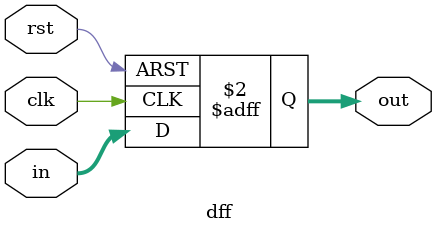
<source format=v>
`timescale 1ns / 1ps
module dff(input clk,input rst,input[3:0] in,output reg[3:0] out);
always@(posedge clk or posedge rst)
    begin
        if(rst)
            out<=4'd0;
        else
            out<=in;
    end
endmodule

</source>
